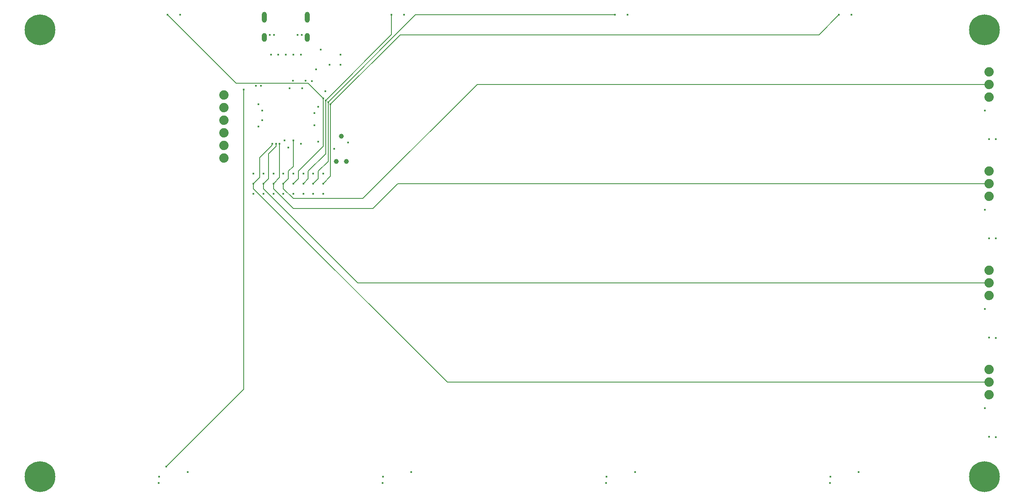
<source format=gbl>
G04*
G04 #@! TF.GenerationSoftware,Altium Limited,Altium Designer,25.8.1 (18)*
G04*
G04 Layer_Physical_Order=4*
G04 Layer_Color=16711680*
%FSLAX44Y44*%
%MOMM*%
G71*
G04*
G04 #@! TF.SameCoordinates,81C11201-375C-4BD5-9A96-A29CD0A19B37*
G04*
G04*
G04 #@! TF.FilePolarity,Positive*
G04*
G01*
G75*
%ADD46C,0.1500*%
%ADD48O,1.0000X2.2000*%
%ADD49O,1.0000X1.8000*%
%ADD50C,1.8796*%
%ADD51C,0.9906*%
%ADD52C,6.2000*%
%ADD53C,0.4500*%
D46*
X444800Y842500D02*
X589500D01*
X307300Y980000D02*
X444800Y842500D01*
X589500D02*
X620000Y812000D01*
X770000Y640000D02*
X1960000D01*
X560000Y590000D02*
X720000D01*
X770000Y640000D01*
X525000Y715000D02*
Y720000D01*
X510000Y650000D02*
Y700000D01*
X525000Y715000D01*
X517245Y717245D02*
Y719745D01*
X492500Y692500D02*
X517245Y717245D01*
X492500Y652500D02*
Y692500D01*
X517245Y719745D02*
X517500Y720000D01*
X870000Y240000D02*
X1960000D01*
X480000Y630000D02*
X870000Y240000D01*
X690000Y440000D02*
X1960000D01*
X500000Y630000D02*
X690000Y440000D01*
X520000Y630000D02*
X560000Y590000D01*
X560000Y610000D02*
X700000D01*
X930000Y840000D01*
X757300Y940300D02*
Y980000D01*
X625000Y808000D02*
X757300Y940300D01*
X630000Y804000D02*
X806000Y980000D01*
X1207300D01*
X775000Y940000D02*
X1617300D01*
X635000Y800000D02*
X775000Y940000D01*
X460000Y226000D02*
Y830000D01*
X304000Y70000D02*
X460000Y226000D01*
X480000Y640000D02*
X492500Y652500D01*
X500000Y640000D02*
X510000Y650000D01*
X480000Y630000D02*
Y640000D01*
X500000Y630000D02*
Y640000D01*
X560000Y675000D02*
Y727500D01*
X550000Y665000D02*
X560000Y675000D01*
X580000Y640000D02*
X580000D01*
X560000D02*
X570000Y650000D01*
X600000Y640000D02*
X610000Y650000D01*
X580000Y640000D02*
X590000Y650000D01*
X620000Y640000D02*
X635000Y655000D01*
X520000Y630000D02*
Y640000D01*
X540000D02*
X550000Y650000D01*
X540000Y630000D02*
Y640000D01*
X550000Y650000D02*
Y665000D01*
X520000Y640000D02*
X532500Y652500D01*
Y720000D01*
X570000Y650000D02*
Y665000D01*
X610000Y650000D02*
Y665000D01*
X590000Y650000D02*
Y665000D01*
X635000Y655000D02*
Y800000D01*
X630000Y685000D02*
Y804000D01*
X625000Y700000D02*
Y808000D01*
X620000Y715000D02*
Y812000D01*
X610000Y665000D02*
X630000Y685000D01*
X590000Y665000D02*
X625000Y700000D01*
X570000Y665000D02*
X620000Y715000D01*
X540000Y630000D02*
X560000Y610000D01*
X930000Y840000D02*
X1960000D01*
X1617300Y940000D02*
X1657300Y980000D01*
D48*
X588200Y975000D02*
D03*
X501800D02*
D03*
D49*
X588200Y935000D02*
D03*
X501800D02*
D03*
D50*
X1960000Y214600D02*
D03*
Y414600D02*
D03*
Y614600D02*
D03*
Y814600D02*
D03*
Y265400D02*
D03*
Y465400D02*
D03*
Y665400D02*
D03*
Y865400D02*
D03*
X420000Y691500D02*
D03*
Y716900D02*
D03*
Y742300D02*
D03*
Y767700D02*
D03*
Y793100D02*
D03*
Y818500D02*
D03*
X1960000Y440000D02*
D03*
Y240000D02*
D03*
Y840000D02*
D03*
Y640000D02*
D03*
D51*
X646190Y684600D02*
D03*
X666510D02*
D03*
X656350Y735400D02*
D03*
D52*
X50000Y950000D02*
D03*
X1950000D02*
D03*
Y50000D02*
D03*
X50000D02*
D03*
D53*
X549500Y712500D02*
D03*
X1960000Y730000D02*
D03*
Y530000D02*
D03*
Y330000D02*
D03*
X290000Y50000D02*
D03*
X740000D02*
D03*
X1190000D02*
D03*
X1640000D02*
D03*
X1960000Y130000D02*
D03*
X1951250Y787500D02*
D03*
Y587500D02*
D03*
Y387500D02*
D03*
Y187500D02*
D03*
X1697500Y58750D02*
D03*
X1247500D02*
D03*
X797500D02*
D03*
X347500D02*
D03*
X655000Y880000D02*
D03*
Y900000D02*
D03*
X605500Y870000D02*
D03*
X577000Y940000D02*
D03*
X513000D02*
D03*
X545000Y900000D02*
D03*
X530000D02*
D03*
X1232700Y980000D02*
D03*
X1682700D02*
D03*
X782700D02*
D03*
X602500Y782500D02*
D03*
X560000Y900000D02*
D03*
X642500Y710000D02*
D03*
X540000Y620000D02*
D03*
X602500Y757500D02*
D03*
X520000Y620000D02*
D03*
X575000Y900000D02*
D03*
X515000Y900000D02*
D03*
X332700Y980000D02*
D03*
X542500Y727500D02*
D03*
X500000Y620000D02*
D03*
X600000D02*
D03*
X620000D02*
D03*
X497500Y787500D02*
D03*
X497500Y767500D02*
D03*
X580000Y620000D02*
D03*
X560000Y620000D02*
D03*
X494500Y837500D02*
D03*
X552500Y832500D02*
D03*
X577500Y832500D02*
D03*
X597500Y846650D02*
D03*
X480000Y620000D02*
D03*
X1973000Y729500D02*
D03*
Y529500D02*
D03*
Y329500D02*
D03*
Y129500D02*
D03*
X1639500Y37000D02*
D03*
X1189500D02*
D03*
X739500D02*
D03*
X289500D02*
D03*
X615000Y910000D02*
D03*
X568500Y940000D02*
D03*
X521000D02*
D03*
X485000Y837500D02*
D03*
X633000Y880000D02*
D03*
X610000Y795000D02*
D03*
X490000Y755000D02*
D03*
Y800000D02*
D03*
X670000Y722700D02*
D03*
X575000Y720000D02*
D03*
X624500Y826250D02*
D03*
X610000Y725000D02*
D03*
X540000Y660000D02*
D03*
X520000D02*
D03*
X500000D02*
D03*
X480000D02*
D03*
X620000D02*
D03*
X600000D02*
D03*
X580000Y660000D02*
D03*
X560000Y660000D02*
D03*
X584500Y847500D02*
D03*
X559500D02*
D03*
X517500Y720000D02*
D03*
X560000Y727500D02*
D03*
X525000Y720000D02*
D03*
X532500D02*
D03*
X580000Y640000D02*
D03*
X560000D02*
D03*
X540000D02*
D03*
X520000D02*
D03*
X460000Y830000D02*
D03*
X480000Y640000D02*
D03*
X500000D02*
D03*
X620000Y812000D02*
D03*
X630000Y804000D02*
D03*
X625000Y808000D02*
D03*
X635000Y800000D02*
D03*
X620000Y640000D02*
D03*
X600000D02*
D03*
X1207300Y980000D02*
D03*
X757300D02*
D03*
X307300D02*
D03*
X1657300D02*
D03*
X304000Y70000D02*
D03*
M02*

</source>
